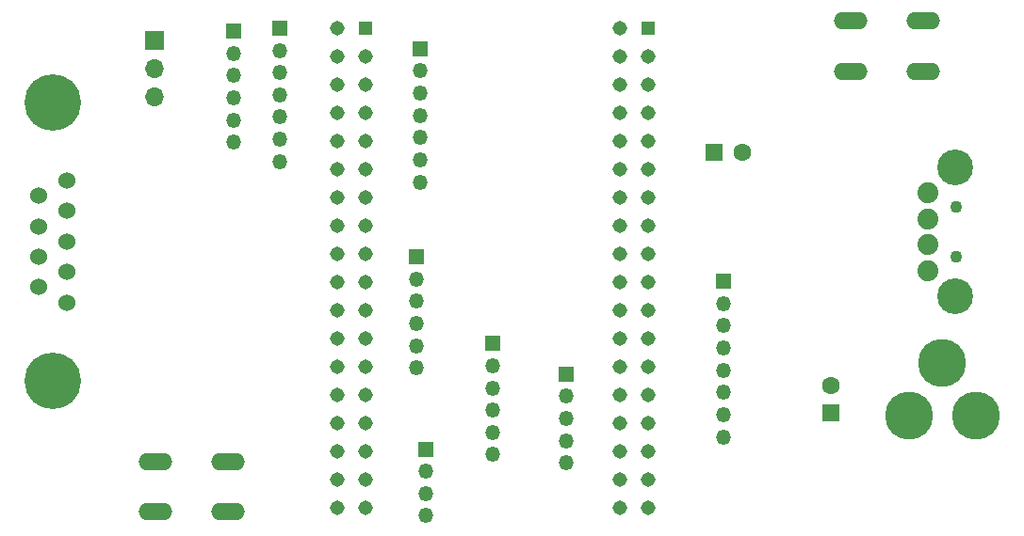
<source format=gbr>
%TF.GenerationSoftware,KiCad,Pcbnew,9.0.0*%
%TF.CreationDate,2025-04-10T12:41:04-04:00*%
%TF.ProjectId,PocketBeagle2Cape_rev1,506f636b-6574-4426-9561-676c65324361,rev?*%
%TF.SameCoordinates,Original*%
%TF.FileFunction,Soldermask,Bot*%
%TF.FilePolarity,Negative*%
%FSLAX46Y46*%
G04 Gerber Fmt 4.6, Leading zero omitted, Abs format (unit mm)*
G04 Created by KiCad (PCBNEW 9.0.0) date 2025-04-10 12:41:04*
%MOMM*%
%LPD*%
G01*
G04 APERTURE LIST*
%ADD10R,1.350000X1.350000*%
%ADD11O,1.350000X1.350000*%
%ADD12C,1.100000*%
%ADD13C,1.879600*%
%ADD14C,3.216000*%
%ADD15O,3.048000X1.524000*%
%ADD16R,1.600000X1.600000*%
%ADD17C,1.600000*%
%ADD18C,4.318000*%
%ADD19R,1.700000X1.700000*%
%ADD20O,1.700000X1.700000*%
%ADD21C,1.524000*%
%ADD22C,5.080000*%
%ADD23R,1.308000X1.308000*%
%ADD24C,1.308000*%
G04 APERTURE END LIST*
D10*
%TO.C,P8*%
X119475000Y-83525000D03*
D11*
X119475000Y-85525000D03*
X119475000Y-87525000D03*
X119475000Y-89525000D03*
X119475000Y-91525000D03*
X119475000Y-93525000D03*
%TD*%
D10*
%TO.C,P9*%
X136210000Y-85100000D03*
D11*
X136210000Y-87100000D03*
X136210000Y-89100000D03*
X136210000Y-91100000D03*
X136210000Y-93100000D03*
X136210000Y-95100000D03*
X136210000Y-97100000D03*
%TD*%
D10*
%TO.C,P3*%
X149410000Y-114400000D03*
D11*
X149410000Y-116400000D03*
X149410000Y-118400000D03*
X149410000Y-120400000D03*
X149410000Y-122400000D03*
%TD*%
D12*
%TO.C,P1*%
X184410200Y-103850000D03*
X184410200Y-99350000D03*
D13*
X181910200Y-102727000D03*
X181910200Y-100473000D03*
D14*
X184310200Y-107400000D03*
X184310200Y-95800000D03*
D13*
X181910200Y-105100000D03*
X181910200Y-98100000D03*
%TD*%
D15*
%TO.C,S1*%
X112448800Y-122289400D03*
X118951200Y-122289400D03*
X112448800Y-126810600D03*
X118951200Y-126810600D03*
%TD*%
D10*
%TO.C,P7*%
X135950000Y-103850000D03*
D11*
X135950000Y-105850000D03*
X135950000Y-107850000D03*
X135950000Y-109850000D03*
X135950000Y-111850000D03*
X135950000Y-113850000D03*
%TD*%
D16*
%TO.C,C5*%
X173150000Y-117900000D03*
D17*
X173150000Y-115400000D03*
%TD*%
D18*
%TO.C,P2*%
X186171100Y-118128700D03*
X183171100Y-113428700D03*
X180171100Y-118128700D03*
%TD*%
D10*
%TO.C,P10*%
X142730000Y-111650000D03*
D11*
X142730000Y-113650000D03*
X142730000Y-115650000D03*
X142730000Y-117650000D03*
X142730000Y-119650000D03*
X142730000Y-121650000D03*
%TD*%
D19*
%TO.C,P11*%
X112400000Y-84350000D03*
D20*
X112400000Y-86890000D03*
X112400000Y-89430000D03*
%TD*%
D10*
%TO.C,P4*%
X163550000Y-106050000D03*
D11*
X163550000Y-108050000D03*
X163550000Y-110050000D03*
X163550000Y-112050000D03*
X163550000Y-114050000D03*
X163550000Y-116050000D03*
X163550000Y-118050000D03*
X163550000Y-120050000D03*
%TD*%
D10*
%TO.C,P5*%
X136800000Y-121150000D03*
D11*
X136800000Y-123150000D03*
X136800000Y-125150000D03*
X136800000Y-127150000D03*
%TD*%
D16*
%TO.C,C9*%
X162700000Y-94400000D03*
D17*
X165200000Y-94400000D03*
%TD*%
D15*
%TO.C,S2*%
X174948800Y-82589400D03*
X181451200Y-82589400D03*
X174948800Y-87110600D03*
X181451200Y-87110600D03*
%TD*%
D10*
%TO.C,P6*%
X123600000Y-83250000D03*
D11*
X123600000Y-85250000D03*
X123600000Y-87250000D03*
X123600000Y-89250000D03*
X123600000Y-91250000D03*
X123600000Y-93250000D03*
X123600000Y-95250000D03*
%TD*%
D21*
%TO.C,P12*%
X104491100Y-107936400D03*
X104491100Y-105193200D03*
X104491100Y-102450000D03*
X104491100Y-99706800D03*
X104491100Y-96963600D03*
X101951100Y-106564800D03*
X101951100Y-103821600D03*
X101951100Y-101078400D03*
X101951100Y-98335200D03*
D22*
X103221100Y-114972200D03*
X103221100Y-89927800D03*
%TD*%
D23*
%TO.C,U1*%
X156700000Y-83220000D03*
D24*
X154160000Y-83220000D03*
X156700000Y-85760000D03*
X154160000Y-85760000D03*
X156700000Y-88300000D03*
X154160000Y-88300000D03*
X156700000Y-90840000D03*
X154160000Y-90840000D03*
X156700000Y-93380000D03*
X154160000Y-93380000D03*
X156700000Y-95920000D03*
X154160000Y-95920000D03*
X156700000Y-98460000D03*
X154160000Y-98460000D03*
X156700000Y-101000000D03*
X154160000Y-101000000D03*
X156700000Y-103540000D03*
X154160000Y-103540000D03*
X156700000Y-106080000D03*
X154160000Y-106080000D03*
X156700000Y-108620000D03*
X154160000Y-108620000D03*
X156700000Y-111160000D03*
X154160000Y-111160000D03*
X156700000Y-113700000D03*
X154160000Y-113700000D03*
X156700000Y-116240000D03*
X154160000Y-116240000D03*
X156700000Y-118780000D03*
X154160000Y-118780000D03*
X156700000Y-121320000D03*
X154160000Y-121320000D03*
X156700000Y-123860000D03*
X154160000Y-123860000D03*
X156700000Y-126400000D03*
X154160000Y-126400000D03*
D23*
X131300000Y-83220000D03*
D24*
X128760000Y-83220000D03*
X131300000Y-85760000D03*
X128760000Y-85760000D03*
X131300000Y-88300000D03*
X128760000Y-88300000D03*
X131300000Y-90840000D03*
X128760000Y-90840000D03*
X131300000Y-93380000D03*
X128760000Y-93380000D03*
X131300000Y-95920000D03*
X128760000Y-95920000D03*
X131300000Y-98460000D03*
X128760000Y-98460000D03*
X131300000Y-101000000D03*
X128760000Y-101000000D03*
X131300000Y-103540000D03*
X128760000Y-103540000D03*
X131300000Y-106080000D03*
X128760000Y-106080000D03*
X131300000Y-108620000D03*
X128760000Y-108620000D03*
X131300000Y-111160000D03*
X128760000Y-111160000D03*
X131300000Y-113700000D03*
X128760000Y-113700000D03*
X131300000Y-116240000D03*
X128760000Y-116240000D03*
X131300000Y-118780000D03*
X128760000Y-118780000D03*
X131300000Y-121320000D03*
X128760000Y-121320000D03*
X131300000Y-123860000D03*
X128760000Y-123860000D03*
X131300000Y-126400000D03*
X128760000Y-126400000D03*
%TD*%
M02*

</source>
